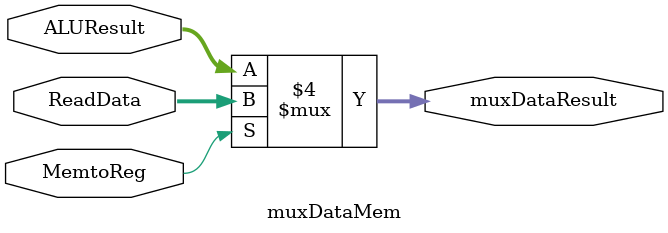
<source format=v>
module DataMemory(ALUResult, ReadData2, MemWrite, MemRead, ReadData, clk, reset);

    input wire [63:0]ALUResult, ReadData2;
    input wire MemWrite, MemRead, clk, reset;
    output reg [63:0]ReadData;
    reg [63:0]MemReg[31:0];
    
    integer i;

    initial begin
       
        $readmemb("data.txt", MemReg);
    end

    always @(posedge clk) begin
        if (reset) begin // tem que testar
            MemReg[0] <= 64'd0;
            MemReg[1] <= 64'd1;
            MemReg[2] <= 64'd2;
            MemReg[3] <= 64'd3;
            MemReg[4] <= 64'd4;
            MemReg[5] <= 64'd5;
            MemReg[6] <= 64'd6;
            MemReg[7] <= 64'd7;
            MemReg[8] <= 64'd8;
            MemReg[9] <= 64'd9;
            MemReg[10] <= 64'd10;
            MemReg[11] <= 64'd11;
            MemReg[12] <= 64'd12;
            MemReg[13] <= 64'd13;
            MemReg[14] <= 64'd14;
            MemReg[15] <= 64'd15;
            MemReg[16] <= 64'd16;
            MemReg[17] <= 64'd17;
            MemReg[18] <= 64'd18;
            MemReg[19] <= 64'd19;
            MemReg[20] <= 64'd20;
            MemReg[21] <= 64'd21;
            MemReg[22] <= 64'd22;
            MemReg[23] <= 64'd16;
            MemReg[24] <= 64'd24;
            MemReg[25] <= 64'd25;
            MemReg[26] <= 64'd26;
            MemReg[27] <= 64'd27;
            MemReg[28] <= 64'd28;
            MemReg[29] <= 64'd29;
            MemReg[30] <= 64'd30;
            MemReg[31] <= 64'd31;
        end

        else begin
            if(MemWrite) begin //load
                MemReg[ALUResult>>3] <= ReadData2; //ReadData2 e o WriteData do diagrama
            end
        end
    end

    always @(*) begin
        if(MemRead) begin //store
                ReadData <= MemReg[ALUResult>>3]; //Memoria = Registrador[endereco]
            end
        for (i = 0; i < 32; i++ ) begin
            $display("Mem[%0d] = %0b", i, MemReg[i]);
        end
            $display("\n");
    end

endmodule


module muxDataMem(ReadData, ALUResult, MemtoReg, muxDataResult);

    input wire [63:0]ReadData, ALUResult;
    input wire MemtoReg;
    output reg [63:0]muxDataResult;

    always @(*)begin
        if(MemtoReg)begin
            muxDataResult <= ReadData;
        end
        else begin
            muxDataResult <= ALUResult;
        end
    end
endmodule

</source>
